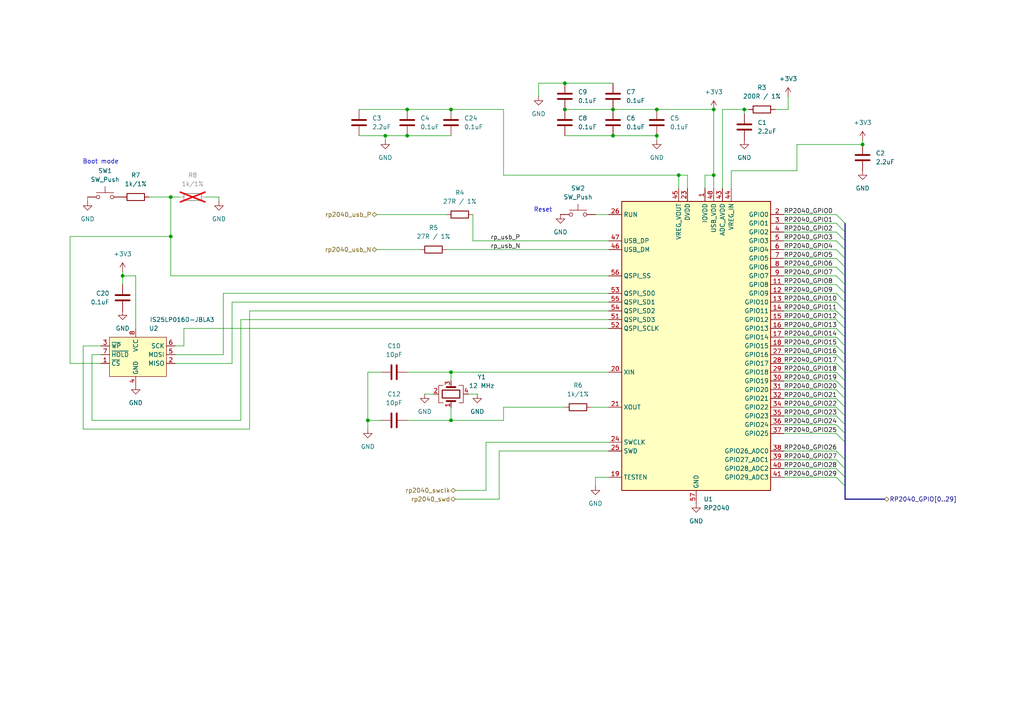
<source format=kicad_sch>
(kicad_sch (version 20250114) (generator "eeschema") (generator_version "9.0")
  (paper "A4")
  (title_block (title "RP2040 Micro Controller") (company "Dr. Konstantin Schauwecker"))
  (lib_symbols
    (symbol "Device:C" (pin_numbers (hide yes)) (pin_names (offset 0.254))
      (property "Reference" "C" (at 0.635 2.54 0))
      (property "Value" "C" (at 0.635 -2.54 0))
      (symbol "C_0_1"
        (polyline (pts (xy -2.032 0.762) (xy 2.032 0.762)) (stroke (width 0.508)))
        (polyline (pts (xy -2.032 -0.762) (xy 2.032 -0.762)) (stroke (width 0.508)))
      )
      (symbol "C_1_1"
        (pin passive line (at 0 3.81 270) (length 2.794) (name "~") (number "1"))
        (pin passive line (at 0 -3.81 90) (length 2.794) (name "~") (number "2"))
      )
    )
    (symbol "Device:Crystal_GND24" (pin_names (offset 1.016) (hide yes))
      (property "Reference" "Y" (at 3.175 5.08 0))
      (property "Value" "Crystal_GND24" (at 3.175 3.175 0))
      (symbol "Crystal_GND24_0_1"
        (polyline (pts (xy -2.54 2.286) (xy -2.54 3.556) (xy 2.54 3.556) (xy 2.54 2.286)))
        (polyline (pts (xy -2.54 0) (xy -2.032 0)))
        (polyline (pts (xy -2.54 -2.286) (xy -2.54 -3.556) (xy 2.54 -3.556) (xy 2.54 -2.286)))
        (polyline (pts (xy -2.032 -1.27) (xy -2.032 1.27)) (stroke (width 0.508)))
        (rectangle (start -1.143 2.54) (end 1.143 -2.54) (stroke (width 0.3048)))
        (polyline (pts (xy 0 3.556) (xy 0 3.81)))
        (polyline (pts (xy 0 -3.81) (xy 0 -3.556)))
        (polyline (pts (xy 2.032 0) (xy 2.54 0)))
        (polyline (pts (xy 2.032 -1.27) (xy 2.032 1.27)) (stroke (width 0.508)))
      )
      (symbol "Crystal_GND24_1_1"
        (pin passive line (at -3.81 0 0) (length 1.27) (name "1") (number "1"))
        (pin passive line (at 0 5.08 270) (length 1.27) (name "2") (number "2"))
        (pin passive line (at 0 -5.08 90) (length 1.27) (name "4") (number "4"))
        (pin passive line (at 3.81 0 180) (length 1.27) (name "3") (number "3"))
      )
    )
    (symbol "Device:R" (pin_numbers (hide yes)) (pin_names (offset 0))
      (property "Reference" "R" (at 2.032 0 90))
      (property "Value" "R" (at 0 0 90))
      (symbol "R_0_1"
        (rectangle (start -1.016 -2.54) (end 1.016 2.54) (stroke (width 0.254)))
      )
      (symbol "R_1_1"
        (pin passive line (at 0 3.81 270) (length 1.27) (name "~") (number "1"))
        (pin passive line (at 0 -3.81 90) (length 1.27) (name "~") (number "2"))
      )
    )
    (symbol "MCU_RaspberryPi:RP2040"
      (property "Reference" "U1" (at 2.1433 -44.45 0))
      (property "Value" "RP2040" (at 2.1433 -46.99 0))
      (symbol "RP2040_0_1"
        (rectangle (start -21.59 41.91) (end 21.59 -41.91) (stroke (width 0.254)) (fill (type background)))
      )
      (symbol "RP2040_1_1"
        (pin input line (at -25.4 38.1 0) (length 3.81) (name "RUN") (number "26"))
        (pin bidirectional line (at -25.4 30.48 0) (length 3.81) (name "USB_DP") (number "47"))
        (pin bidirectional line (at -25.4 27.94 0) (length 3.81) (name "USB_DM") (number "46"))
        (pin bidirectional line (at -25.4 20.32 0) (length 3.81) (name "QSPI_SS") (number "56"))
        (pin bidirectional line (at -25.4 15.24 0) (length 3.81) (name "QSPI_SD0") (number "53"))
        (pin bidirectional line (at -25.4 12.7 0) (length 3.81) (name "QSPI_SD1") (number "55"))
        (pin bidirectional line (at -25.4 10.16 0) (length 3.81) (name "QSPI_SD2") (number "54"))
        (pin bidirectional line (at -25.4 7.62 0) (length 3.81) (name "QSPI_SD3") (number "51"))
        (pin output line (at -25.4 5.08 0) (length 3.81) (name "QSPI_SCLK") (number "52"))
        (pin input line (at -25.4 -7.62 0) (length 3.81) (name "XIN") (number "20"))
        (pin passive line (at -25.4 -17.78 0) (length 3.81) (name "XOUT") (number "21"))
        (pin input line (at -25.4 -27.94 0) (length 3.81) (name "SWCLK") (number "24"))
        (pin bidirectional line (at -25.4 -30.48 0) (length 3.81) (name "SWD") (number "25"))
        (pin input line (at -25.4 -38.1 0) (length 3.81) (name "TESTEN") (number "19"))
        (pin power_out line (at -5.08 45.72 270) (length 3.81) (name "VREG_VOUT") (number "45"))
        (pin power_in line (at -2.54 45.72 270) (length 3.81) (name "DVDD") (number "23"))
        (pin passive line (at -2.54 45.72 270) (length 3.81) (hide yes) (name "DVDD") (number "50"))
        (pin power_in line (at 0 -45.72 90) (length 3.81) (name "GND") (number "57"))
        (pin power_in line (at 2.54 45.72 270) (length 3.81) (name "IOVDD") (number "1"))
        (pin passive line (at 2.54 45.72 270) (length 3.81) (hide yes) (name "IOVDD") (number "10"))
        (pin passive line (at 2.54 45.72 270) (length 3.81) (hide yes) (name "IOVDD") (number "22"))
        (pin passive line (at 2.54 45.72 270) (length 3.81) (hide yes) (name "IOVDD") (number "33"))
        (pin passive line (at 2.54 45.72 270) (length 3.81) (hide yes) (name "IOVDD") (number "42"))
        (pin passive line (at 2.54 45.72 270) (length 3.81) (hide yes) (name "IOVDD") (number "49"))
        (pin power_in line (at 5.08 45.72 270) (length 3.81) (name "USB_VDD") (number "48"))
        (pin power_in line (at 7.62 45.72 270) (length 3.81) (name "ADC_AVDD") (number "43"))
        (pin power_in line (at 10.16 45.72 270) (length 3.81) (name "VREG_IN") (number "44"))
        (pin bidirectional line (at 25.4 38.1 180) (length 3.81) (name "GPIO0") (number "2"))
        (pin bidirectional line (at 25.4 35.56 180) (length 3.81) (name "GPIO1") (number "3"))
        (pin bidirectional line (at 25.4 33.02 180) (length 3.81) (name "GPIO2") (number "4"))
        (pin bidirectional line (at 25.4 30.48 180) (length 3.81) (name "GPIO3") (number "5"))
        (pin bidirectional line (at 25.4 27.94 180) (length 3.81) (name "GPIO4") (number "6"))
        (pin bidirectional line (at 25.4 25.4 180) (length 3.81) (name "GPIO5") (number "7"))
        (pin bidirectional line (at 25.4 22.86 180) (length 3.81) (name "GPIO6") (number "8"))
        (pin bidirectional line (at 25.4 20.32 180) (length 3.81) (name "GPIO7") (number "9"))
        (pin bidirectional line (at 25.4 17.78 180) (length 3.81) (name "GPIO8") (number "11"))
        (pin bidirectional line (at 25.4 15.24 180) (length 3.81) (name "GPIO9") (number "12"))
        (pin bidirectional line (at 25.4 12.7 180) (length 3.81) (name "GPIO10") (number "13"))
        (pin bidirectional line (at 25.4 10.16 180) (length 3.81) (name "GPIO11") (number "14"))
        (pin bidirectional line (at 25.4 7.62 180) (length 3.81) (name "GPIO12") (number "15"))
        (pin bidirectional line (at 25.4 5.08 180) (length 3.81) (name "GPIO13") (number "16"))
        (pin bidirectional line (at 25.4 2.54 180) (length 3.81) (name "GPIO14") (number "17"))
        (pin bidirectional line (at 25.4 0 180) (length 3.81) (name "GPIO15") (number "18"))
        (pin bidirectional line (at 25.4 -2.54 180) (length 3.81) (name "GPIO16") (number "27"))
        (pin bidirectional line (at 25.4 -5.08 180) (length 3.81) (name "GPIO17") (number "28"))
        (pin bidirectional line (at 25.4 -7.62 180) (length 3.81) (name "GPIO18") (number "29"))
        (pin bidirectional line (at 25.4 -10.16 180) (length 3.81) (name "GPIO19") (number "30"))
        (pin bidirectional line (at 25.4 -12.7 180) (length 3.81) (name "GPIO20") (number "31"))
        (pin bidirectional line (at 25.4 -15.24 180) (length 3.81) (name "GPIO21") (number "32"))
        (pin bidirectional line (at 25.4 -17.78 180) (length 3.81) (name "GPIO22") (number "34"))
        (pin bidirectional line (at 25.4 -20.32 180) (length 3.81) (name "GPIO23") (number "35"))
        (pin bidirectional line (at 25.4 -22.86 180) (length 3.81) (name "GPIO24") (number "36"))
        (pin bidirectional line (at 25.4 -25.4 180) (length 3.81) (name "GPIO25") (number "37"))
        (pin bidirectional line (at 25.4 -30.48 180) (length 3.81) (name "GPIO26_ADC0") (number "38"))
        (pin bidirectional line (at 25.4 -33.02 180) (length 3.81) (name "GPIO27_ADC1") (number "39"))
        (pin bidirectional line (at 25.4 -35.56 180) (length 3.81) (name "GPIO28_ADC2") (number "40"))
        (pin bidirectional line (at 25.4 -38.1 180) (length 3.81) (name "GPIO29_ADC3") (number "41"))
      )
    )
    (symbol "Switch:SW_Push" (pin_numbers (hide yes)) (pin_names (offset 1.016) (hide yes))
      (property "Reference" "SW" (at 1.27 2.54 0))
      (property "Value" "SW_Push" (at 0 -1.524 0))
      (symbol "SW_Push_0_1"
        (circle (center -2.032 0) (radius 0.508))
        (polyline (pts (xy 0 1.27) (xy 0 3.048)))
        (circle (center 2.032 0) (radius 0.508))
        (polyline (pts (xy 2.54 1.27) (xy -2.54 1.27)))
        (pin passive line (at -5.08 0 0) (length 2.54) (name "1") (number "1"))
        (pin passive line (at 5.08 0 180) (length 2.54) (name "2") (number "2"))
      )
    )
    (symbol "power:+3V3" (power) (pin_numbers (hide yes)) (pin_names (offset 0) (hide yes))
      (property "Value" "+3V3" (at 0 3.556 0))
      (symbol "+3V3_0_1"
        (polyline (pts (xy -0.762 1.27) (xy 0 2.54)))
        (polyline (pts (xy 0 2.54) (xy 0.762 1.27)))
        (polyline (pts (xy 0 0) (xy 0 2.54)))
      )
      (symbol "+3V3_1_1"
        (pin power_in line (at 0 0 90) (length 0) (name "~") (number "1"))
      )
    )
    (symbol "power:GND" (power) (pin_numbers (hide yes)) (pin_names (offset 0) (hide yes))
      (property "Value" "GND" (at 0 -3.81 0))
      (symbol "GND_0_1"
        (polyline (pts (xy 0 0) (xy 0 -1.27) (xy 1.27 -1.27) (xy 0 -2.54) (xy -1.27 -1.27) (xy 0 -1.27)))
      )
      (symbol "GND_1_1"
        (pin power_in line (at 0 0 270) (length 0) (name "~") (number "1"))
      )
    )
    (symbol "tracker-symbols:spi-flash-with-ep"
      (property "Reference" "U2" (at -3.81 7.62 0))
      (property "Value" "IS25LP016D-JBLA3" (at -22.86 10.16 0))
      (symbol "spi-flash-with-ep_0_0"
        (pin bidirectional line (at -11.43 2.54 0) (length 2.54) (name "SCK") (number "6"))
        (pin input line (at -11.43 0 0) (length 2.54) (name "MOSI") (number "5"))
        (pin output line (at -11.43 -2.54 0) (length 2.54) (name "MISO") (number "2"))
        (pin power_in line (at 0 7.62 270) (length 2.54) (name "VCC") (number "8"))
        (pin power_in line (at 0 -8.89 90) (length 2.54) (name "GND") (number "4"))
        (pin input line (at 10.16 0 180) (length 2.54) (name "~{HOLD}") (number "7"))
        (pin input line (at 10.16 -2.54 180) (length 2.54) (name "~{CS}") (number "1"))
      )
      (symbol "spi-flash-with-ep_1_0"
        (pin input line (at 10.16 2.54 180) (length 2.54) (name "~{WP}") (number "3"))
      )
      (symbol "spi-flash-with-ep_1_1"
        (rectangle (start -8.89 5.08) (end 7.62 -6.35) (fill (type background)))
      )
    )
  )
  (text "Reset" (at 157.48 60.96 0) (effects (font (size 1.27 1.27))))
  (text "Boot mode" (at 29.21 46.99 0) (effects (font (size 1.27 1.27))))
  (junction (at 207.01 31.75))
  (junction (at 49.53 57.15))
  (junction (at 130.81 31.75))
  (junction (at 118.11 39.37))
  (junction (at 177.8 39.37))
  (junction (at 207.01 50.8))
  (junction (at 196.85 50.8))
  (junction (at 130.81 107.95))
  (junction (at 35.56 80.01))
  (junction (at 106.68 121.92))
  (junction (at 118.11 31.75))
  (junction (at 130.81 121.92))
  (junction (at 250.19 41.91))
  (junction (at 190.5 39.37))
  (junction (at 215.9 31.75))
  (junction (at 111.76 39.37))
  (junction (at 190.5 31.75))
  (junction (at 163.83 31.75))
  (junction (at 177.8 31.75))
  (junction (at 163.83 24.13))
  (junction (at 49.53 68.58))
  (bus_entry (at 242.57 107.95) (size 2.54 2.54))
  (bus_entry (at 242.57 115.57) (size 2.54 2.54))
  (bus_entry (at 242.57 67.31) (size 2.54 2.54))
  (bus_entry (at 242.57 82.55) (size 2.54 2.54))
  (bus_entry (at 242.57 105.41) (size 2.54 2.54))
  (bus_entry (at 242.57 72.39) (size 2.54 2.54))
  (bus_entry (at 242.57 97.79) (size 2.54 2.54))
  (bus_entry (at 242.57 95.25) (size 2.54 2.54))
  (bus_entry (at 242.57 100.33) (size 2.54 2.54))
  (bus_entry (at 242.57 87.63) (size 2.54 2.54))
  (bus_entry (at 242.57 118.11) (size 2.54 2.54))
  (bus_entry (at 242.57 120.65) (size 2.54 2.54))
  (bus_entry (at 242.57 133.35) (size 2.54 2.54))
  (bus_entry (at 242.57 69.85) (size 2.54 2.54))
  (bus_entry (at 242.57 80.01) (size 2.54 2.54))
  (bus_entry (at 242.57 102.87) (size 2.54 2.54))
  (bus_entry (at 242.57 125.73) (size 2.54 2.54))
  (bus_entry (at 242.57 64.77) (size 2.54 2.54))
  (bus_entry (at 242.57 90.17) (size 2.54 2.54))
  (bus_entry (at 242.57 113.03) (size 2.54 2.54))
  (bus_entry (at 242.57 85.09) (size 2.54 2.54))
  (bus_entry (at 242.57 138.43) (size 2.54 2.54))
  (bus_entry (at 242.57 123.19) (size 2.54 2.54))
  (bus_entry (at 242.57 77.47) (size 2.54 2.54))
  (bus_entry (at 242.57 74.93) (size 2.54 2.54))
  (bus_entry (at 242.57 135.89) (size 2.54 2.54))
  (bus_entry (at 242.57 110.49) (size 2.54 2.54))
  (bus_entry (at 242.57 92.71) (size 2.54 2.54))
  (bus_entry (at 242.57 62.23) (size 2.54 2.54))
  (bus_entry (at 242.57 130.81) (size 2.54 2.54))
  (wire (pts (xy 215.9 31.75) (xy 215.9 33.02)))
  (wire (pts (xy 67.31 105.41) (xy 50.8 105.41)))
  (wire (pts (xy 106.68 107.95) (xy 110.49 107.95)))
  (wire (pts (xy 176.53 85.09) (xy 64.77 85.09)))
  (wire (pts (xy 104.14 39.37) (xy 111.76 39.37)))
  (wire (pts (xy 227.33 105.41) (xy 242.57 105.41)))
  (wire (pts (xy 196.85 54.61) (xy 196.85 50.8)))
  (wire (pts (xy 207.01 31.75) (xy 190.5 31.75)))
  (bus (pts (xy 245.11 115.57) (xy 245.11 118.11)))
  (wire (pts (xy 231.14 49.53) (xy 212.09 49.53)))
  (bus (pts (xy 245.11 80.01) (xy 245.11 82.55)))
  (wire (pts (xy 118.11 39.37) (xy 130.81 39.37)))
  (bus (pts (xy 245.11 123.19) (xy 245.11 125.73)))
  (wire (pts (xy 64.77 85.09) (xy 64.77 102.87)))
  (wire (pts (xy 231.14 41.91) (xy 231.14 49.53)))
  (wire (pts (xy 35.56 80.01) (xy 35.56 82.55)))
  (wire (pts (xy 25.4 57.15) (xy 25.4 58.42)))
  (wire (pts (xy 172.72 138.43) (xy 172.72 140.97)))
  (bus (pts (xy 245.11 118.11) (xy 245.11 120.65)))
  (wire (pts (xy 215.9 31.75) (xy 217.17 31.75)))
  (wire (pts (xy 146.05 121.92) (xy 146.05 118.11)))
  (wire (pts (xy 199.39 50.8) (xy 196.85 50.8)))
  (wire (pts (xy 111.76 39.37) (xy 118.11 39.37)))
  (wire (pts (xy 118.11 31.75) (xy 104.14 31.75)))
  (wire (pts (xy 171.45 118.11) (xy 176.53 118.11)))
  (wire (pts (xy 227.33 67.31) (xy 242.57 67.31)))
  (bus (pts (xy 245.11 69.85) (xy 245.11 72.39)))
  (bus (pts (xy 245.11 102.87) (xy 245.11 105.41)))
  (wire (pts (xy 227.33 95.25) (xy 242.57 95.25)))
  (wire (pts (xy 227.33 82.55) (xy 242.57 82.55)))
  (bus (pts (xy 245.11 87.63) (xy 245.11 90.17)))
  (bus (pts (xy 245.11 82.55) (xy 245.11 85.09)))
  (wire (pts (xy 163.83 24.13) (xy 177.8 24.13)))
  (wire (pts (xy 35.56 80.01) (xy 35.56 78.74)))
  (wire (pts (xy 209.55 31.75) (xy 209.55 54.61)))
  (wire (pts (xy 227.33 118.11) (xy 242.57 118.11)))
  (wire (pts (xy 146.05 50.8) (xy 146.05 31.75)))
  (wire (pts (xy 163.83 24.13) (xy 156.21 24.13)))
  (wire (pts (xy 64.77 102.87) (xy 50.8 102.87)))
  (wire (pts (xy 176.53 138.43) (xy 172.72 138.43)))
  (wire (pts (xy 109.22 72.39) (xy 121.92 72.39)))
  (bus (pts (xy 245.11 67.31) (xy 245.11 69.85)))
  (wire (pts (xy 106.68 121.92) (xy 106.68 107.95)))
  (wire (pts (xy 144.78 144.78) (xy 132.08 144.78)))
  (wire (pts (xy 163.83 31.75) (xy 177.8 31.75)))
  (bus (pts (xy 245.11 107.95) (xy 245.11 110.49)))
  (wire (pts (xy 137.16 62.23) (xy 137.16 69.85)))
  (wire (pts (xy 207.01 50.8) (xy 207.01 31.75)))
  (wire (pts (xy 118.11 107.95) (xy 130.81 107.95)))
  (wire (pts (xy 140.97 142.24) (xy 132.08 142.24)))
  (bus (pts (xy 245.11 72.39) (xy 245.11 74.93)))
  (wire (pts (xy 227.33 107.95) (xy 242.57 107.95)))
  (wire (pts (xy 20.32 105.41) (xy 29.21 105.41)))
  (bus (pts (xy 245.11 135.89) (xy 245.11 138.43)))
  (wire (pts (xy 67.31 87.63) (xy 67.31 105.41)))
  (wire (pts (xy 49.53 57.15) (xy 49.53 68.58)))
  (wire (pts (xy 49.53 80.01) (xy 49.53 68.58)))
  (wire (pts (xy 224.79 31.75) (xy 228.6 31.75)))
  (wire (pts (xy 130.81 118.11) (xy 130.81 121.92)))
  (bus (pts (xy 245.11 85.09) (xy 245.11 87.63)))
  (wire (pts (xy 53.34 95.25) (xy 176.53 95.25)))
  (wire (pts (xy 176.53 128.27) (xy 140.97 128.27)))
  (bus (pts (xy 245.11 113.03) (xy 245.11 115.57)))
  (bus (pts (xy 245.11 128.27) (xy 245.11 133.35)))
  (wire (pts (xy 227.33 69.85) (xy 242.57 69.85)))
  (wire (pts (xy 227.33 113.03) (xy 242.57 113.03)))
  (wire (pts (xy 130.81 107.95) (xy 176.53 107.95)))
  (wire (pts (xy 227.33 72.39) (xy 242.57 72.39)))
  (wire (pts (xy 199.39 54.61) (xy 199.39 50.8)))
  (wire (pts (xy 125.73 114.3) (xy 123.19 114.3)))
  (wire (pts (xy 24.13 124.46) (xy 24.13 100.33)))
  (wire (pts (xy 227.33 130.81) (xy 242.57 130.81)))
  (wire (pts (xy 137.16 69.85) (xy 176.53 69.85)))
  (wire (pts (xy 20.32 68.58) (xy 20.32 105.41)))
  (bus (pts (xy 245.11 92.71) (xy 245.11 95.25)))
  (wire (pts (xy 176.53 87.63) (xy 67.31 87.63)))
  (bus (pts (xy 245.11 64.77) (xy 245.11 67.31)))
  (wire (pts (xy 227.33 62.23) (xy 242.57 62.23)))
  (wire (pts (xy 106.68 121.92) (xy 106.68 124.46)))
  (wire (pts (xy 190.5 40.64) (xy 190.5 39.37)))
  (wire (pts (xy 227.33 92.71) (xy 242.57 92.71)))
  (wire (pts (xy 72.39 90.17) (xy 72.39 124.46)))
  (wire (pts (xy 227.33 120.65) (xy 242.57 120.65)))
  (wire (pts (xy 109.22 62.23) (xy 129.54 62.23)))
  (wire (pts (xy 50.8 100.33) (xy 53.34 100.33)))
  (wire (pts (xy 227.33 133.35) (xy 242.57 133.35)))
  (wire (pts (xy 227.33 138.43) (xy 242.57 138.43)))
  (wire (pts (xy 176.53 92.71) (xy 69.85 92.71)))
  (wire (pts (xy 49.53 68.58) (xy 20.32 68.58)))
  (wire (pts (xy 227.33 100.33) (xy 242.57 100.33)))
  (wire (pts (xy 163.83 39.37) (xy 177.8 39.37)))
  (wire (pts (xy 26.67 102.87) (xy 29.21 102.87)))
  (wire (pts (xy 146.05 118.11) (xy 163.83 118.11)))
  (wire (pts (xy 228.6 31.75) (xy 228.6 27.94)))
  (wire (pts (xy 146.05 50.8) (xy 196.85 50.8)))
  (wire (pts (xy 250.19 41.91) (xy 250.19 40.64)))
  (wire (pts (xy 212.09 49.53) (xy 212.09 54.61)))
  (bus (pts (xy 245.11 105.41) (xy 245.11 107.95)))
  (bus (pts (xy 245.11 138.43) (xy 245.11 140.97)))
  (wire (pts (xy 227.33 74.93) (xy 242.57 74.93)))
  (bus (pts (xy 245.11 100.33) (xy 245.11 102.87)))
  (wire (pts (xy 53.34 100.33) (xy 53.34 95.25)))
  (wire (pts (xy 227.33 125.73) (xy 242.57 125.73)))
  (wire (pts (xy 227.33 85.09) (xy 242.57 85.09)))
  (wire (pts (xy 177.8 31.75) (xy 190.5 31.75)))
  (wire (pts (xy 227.33 80.01) (xy 242.57 80.01)))
  (wire (pts (xy 209.55 31.75) (xy 215.9 31.75)))
  (wire (pts (xy 35.56 80.01) (xy 39.37 80.01)))
  (wire (pts (xy 118.11 121.92) (xy 130.81 121.92)))
  (wire (pts (xy 39.37 80.01) (xy 39.37 95.25)))
  (wire (pts (xy 227.33 77.47) (xy 242.57 77.47)))
  (bus (pts (xy 245.11 97.79) (xy 245.11 100.33)))
  (wire (pts (xy 63.5 58.42) (xy 63.5 57.15)))
  (wire (pts (xy 176.53 130.81) (xy 144.78 130.81)))
  (bus (pts (xy 245.11 140.97) (xy 245.11 144.78)))
  (bus (pts (xy 245.11 144.78) (xy 256.54 144.78)))
  (wire (pts (xy 130.81 121.92) (xy 146.05 121.92)))
  (bus (pts (xy 245.11 90.17) (xy 245.11 92.71)))
  (bus (pts (xy 245.11 77.47) (xy 245.11 80.01)))
  (wire (pts (xy 63.5 57.15) (xy 59.69 57.15)))
  (wire (pts (xy 207.01 50.8) (xy 204.47 50.8)))
  (wire (pts (xy 146.05 31.75) (xy 130.81 31.75)))
  (wire (pts (xy 130.81 107.95) (xy 130.81 110.49)))
  (wire (pts (xy 129.54 72.39) (xy 176.53 72.39)))
  (wire (pts (xy 227.33 110.49) (xy 242.57 110.49)))
  (wire (pts (xy 227.33 115.57) (xy 242.57 115.57)))
  (wire (pts (xy 106.68 121.92) (xy 110.49 121.92)))
  (wire (pts (xy 227.33 123.19) (xy 242.57 123.19)))
  (wire (pts (xy 144.78 130.81) (xy 144.78 144.78)))
  (wire (pts (xy 156.21 24.13) (xy 156.21 27.94)))
  (wire (pts (xy 140.97 128.27) (xy 140.97 142.24)))
  (wire (pts (xy 172.72 62.23) (xy 176.53 62.23)))
  (bus (pts (xy 245.11 133.35) (xy 245.11 135.89)))
  (wire (pts (xy 49.53 80.01) (xy 176.53 80.01)))
  (wire (pts (xy 227.33 135.89) (xy 242.57 135.89)))
  (bus (pts (xy 245.11 120.65) (xy 245.11 123.19)))
  (wire (pts (xy 207.01 54.61) (xy 207.01 50.8)))
  (wire (pts (xy 176.53 90.17) (xy 72.39 90.17)))
  (wire (pts (xy 231.14 41.91) (xy 250.19 41.91)))
  (wire (pts (xy 26.67 121.92) (xy 26.67 102.87)))
  (wire (pts (xy 204.47 50.8) (xy 204.47 54.61)))
  (wire (pts (xy 72.39 124.46) (xy 24.13 124.46)))
  (wire (pts (xy 43.18 57.15) (xy 49.53 57.15)))
  (wire (pts (xy 177.8 39.37) (xy 190.5 39.37)))
  (wire (pts (xy 227.33 64.77) (xy 242.57 64.77)))
  (wire (pts (xy 69.85 92.71) (xy 69.85 121.92)))
  (bus (pts (xy 245.11 95.25) (xy 245.11 97.79)))
  (wire (pts (xy 24.13 100.33) (xy 29.21 100.33)))
  (wire (pts (xy 69.85 121.92) (xy 26.67 121.92)))
  (wire (pts (xy 227.33 87.63) (xy 242.57 87.63)))
  (bus (pts (xy 245.11 110.49) (xy 245.11 113.03)))
  (wire (pts (xy 227.33 97.79) (xy 242.57 97.79)))
  (wire (pts (xy 227.33 90.17) (xy 242.57 90.17)))
  (wire (pts (xy 130.81 31.75) (xy 118.11 31.75)))
  (wire (pts (xy 111.76 40.64) (xy 111.76 39.37)))
  (bus (pts (xy 245.11 125.73) (xy 245.11 128.27)))
  (bus (pts (xy 245.11 74.93) (xy 245.11 77.47)))
  (wire (pts (xy 49.53 57.15) (xy 52.07 57.15)))
  (wire (pts (xy 227.33 102.87) (xy 242.57 102.87)))
  (wire (pts (xy 135.89 114.3) (xy 138.43 114.3)))
  (label "rp_usb_N" (at 142.24 72.39 0))
  (label "RP2040_GPIO5" (at 227.33 74.93 0))
  (label "RP2040_GPIO19" (at 227.33 110.49 0))
  (label "RP2040_GPIO17" (at 227.33 105.41 0))
  (label "RP2040_GPIO3" (at 227.33 69.85 0))
  (label "RP2040_GPIO23" (at 227.33 120.65 0))
  (label "RP2040_GPIO18" (at 227.33 107.95 0))
  (label "RP2040_GPIO29" (at 227.33 138.43 0))
  (label "RP2040_GPIO8" (at 227.33 82.55 0))
  (label "RP2040_GPIO11" (at 227.33 90.17 0))
  (label "RP2040_GPIO6" (at 227.33 77.47 0))
  (label "RP2040_GPIO14" (at 227.33 97.79 0))
  (label "rp_usb_P" (at 142.24 69.85 0))
  (label "RP2040_GPIO21" (at 227.33 115.57 0))
  (label "RP2040_GPIO15" (at 227.33 100.33 0))
  (label "RP2040_GPIO27" (at 227.33 133.35 0))
  (label "RP2040_GPIO10" (at 227.33 87.63 0))
  (label "RP2040_GPIO4" (at 227.33 72.39 0))
  (label "RP2040_GPIO2" (at 227.33 67.31 0))
  (label "RP2040_GPIO28" (at 227.33 135.89 0))
  (label "RP2040_GPIO22" (at 227.33 118.11 0))
  (label "RP2040_GPIO9" (at 227.33 85.09 0))
  (label "RP2040_GPIO20" (at 227.33 113.03 0))
  (label "RP2040_GPIO1" (at 227.33 64.77 0))
  (label "RP2040_GPIO0" (at 227.33 62.23 0))
  (label "RP2040_GPIO12" (at 227.33 92.71 0))
  (label "RP2040_GPIO16" (at 227.33 102.87 0))
  (label "RP2040_GPIO26" (at 227.33 130.81 0))
  (label "RP2040_GPIO13" (at 227.33 95.25 0))
  (label "RP2040_GPIO25" (at 227.33 125.73 0))
  (label "RP2040_GPIO24" (at 227.33 123.19 0))
  (label "RP2040_GPIO7" (at 227.33 80.01 0))
  (hierarchical_label "RP2040_GPIO[0..29]" (shape bidirectional) (at 256.54 144.78 0))
  (hierarchical_label "rp2040_usb_P" (shape bidirectional) (at 109.22 62.23 180))
  (hierarchical_label "rp2040_swd" (shape bidirectional) (at 132.08 144.78 180))
  (hierarchical_label "rp2040_usb_N" (shape bidirectional) (at 109.22 72.39 180))
  (hierarchical_label "rp2040_swclk" (shape bidirectional) (at 132.08 142.24 180))
  (symbol (lib_id "Device:R") (at 167.64 118.11 90) (unit 1)
    (property "Reference" "R6" (at 167.64 111.76 90))
    (property "Value" "1k/1%" (at 167.64 114.3 90))
    (property "Footprint" "Resistor_SMD:R_0402_1005Metric" (effects (hide yes)))
    (property "Description" "Resistor" (effects (hide yes)))
    (property "MFG" "Yageo" (effects (hide yes)))
    (property "MPN" " RC0402JR-7D1KL" (effects (hide yes)))
    (property "Supplier Link" "https://www.mouser.de/ProductDetail/YAGEO/RC0402JR-7D1KL?qs=sGAEpiMZZMtG0KNrPCHnjTgRJhMDDKy5BKFHjWYrA1s1AiOFf9acDg%3D%3D" (effects (hide yes)))
  )
  (symbol (lib_id "Switch:SW_Push") (at 30.48 57.15 0) (unit 1)
    (property "Reference" "SW1" (at 30.48 49.53 0))
    (property "Value" "SW_Push" (at 30.48 52.07 0))
    (property "Footprint" "Button_Switch_SMD:SW_Push_1P1T_NO_CK_KSC7xxJ" (effects (hide yes)))
    (property "Description" "Push button switch, generic, two pins" (effects (hide yes)))
    (property "MFG" "C&K" (effects (hide yes)))
    (property "MPN" " KSC721J LFS " (effects (hide yes)))
    (property "Supplier Link" "https://www.mouser.de/ProductDetail/CK/KSC721J-LFS?qs=15Q3o2KSIZY%2F1aaKjFUM2A%3D%3D" (effects (hide yes)))
  )
  (symbol (lib_id "power:GND") (at 63.5 58.42 0) (unit 1)
    (property "Reference" "#PWR025" (effects (hide yes)))
    (property "Value" "GND" (at 63.5 63.5 0))
    (property "Description" "Power symbol creates a global label with name \"GND\" , ground" (effects (hide yes)))
  )
  (symbol (lib_id "Device:C") (at 250.19 45.72 0) (unit 1)
    (property "Reference" "C2" (at 254 44.4499 0) (effects (justify left)))
    (property "Value" "2.2uF" (at 254 46.9899 0) (effects (justify left)))
    (property "Footprint" "Capacitor_SMD:C_0402_1005Metric" (effects (hide yes)))
    (property "Description" "Unpolarized capacitor" (effects (hide yes)))
    (property "MFG" "Murata" (effects (hide yes)))
    (property "MPN" "GRM155C80J225KE95J" (effects (hide yes)))
    (property "Supplier Link" "https://www.mouser.de/ProductDetail/Murata-Electronics/GRM155C80J225KE95J?qs=hNud%2FORuBR1QgBBdBmmIgA%3D%3D" (effects (hide yes)))
  )
  (symbol (lib_id "power:GND") (at 201.93 146.05 0) (unit 1)
    (property "Reference" "#PWR09" (effects (hide yes)))
    (property "Value" "GND" (at 201.93 151.13 0))
    (property "Description" "Power symbol creates a global label with name \"GND\" , ground" (effects (hide yes)))
  )
  (symbol (lib_id "power:GND") (at 172.72 140.97 0) (unit 1)
    (property "Reference" "#PWR018" (effects (hide yes)))
    (property "Value" "GND" (at 172.72 146.05 0))
    (property "Description" "Power symbol creates a global label with name \"GND\" , ground" (effects (hide yes)))
  )
  (symbol (lib_id "Switch:SW_Push") (at 167.64 62.23 0) (unit 1)
    (property "Reference" "SW2" (at 167.64 54.61 0))
    (property "Value" "SW_Push" (at 167.64 57.15 0))
    (property "Footprint" "Button_Switch_SMD:SW_Push_1P1T_NO_CK_KSC7xxJ" (effects (hide yes)))
    (property "Description" "Push button switch, generic, two pins" (effects (hide yes)))
    (property "MFG" "C&K" (effects (hide yes)))
    (property "MPN" " KSC721J LFS " (effects (hide yes)))
    (property "Supplier Link" "https://www.mouser.de/ProductDetail/CK/KSC721J-LFS?qs=15Q3o2KSIZY%2F1aaKjFUM2A%3D%3D" (effects (hide yes)))
  )
  (symbol (lib_id "Device:C") (at 215.9 36.83 0) (unit 1)
    (property "Reference" "C1" (at 219.71 35.5599 0) (effects (justify left)))
    (property "Value" "2.2uF" (at 219.71 38.0999 0) (effects (justify left)))
    (property "Footprint" "Capacitor_SMD:C_0402_1005Metric" (effects (hide yes)))
    (property "Description" "Unpolarized capacitor" (effects (hide yes)))
    (property "MFG" "Murata" (effects (hide yes)))
    (property "MPN" "GRM155C80J225KE95J" (effects (hide yes)))
    (property "Supplier Link" "https://www.mouser.de/ProductDetail/Murata-Electronics/GRM155C80J225KE95J?qs=hNud%2FORuBR1QgBBdBmmIgA%3D%3D" (effects (hide yes)))
  )
  (symbol (lib_id "Device:C") (at 130.81 35.56 0) (unit 1)
    (property "Reference" "C24" (at 134.62 34.2899 0) (effects (justify left)))
    (property "Value" "0.1uF" (at 134.62 36.8299 0) (effects (justify left)))
    (property "Footprint" "Capacitor_SMD:C_0402_1005Metric" (effects (hide yes)))
    (property "Description" "Unpolarized capacitor" (effects (hide yes)))
    (property "MFG" "TAIYO YUDEN " (effects (hide yes)))
    (property "MPN" "MBAST105SB7104KFNA01" (effects (hide yes)))
    (property "Supplier Link" "https://www.mouser.de/ProductDetail/TAIYO-YUDEN/MBAST105SB7104KFNA01?qs=tlsG%2FOw5FFj0FpJuqULGiw%3D%3D " (effects (hide yes)))
  )
  (symbol (lib_id "Device:C") (at 177.8 27.94 0) (unit 1)
    (property "Reference" "C7" (at 181.61 26.6699 0) (effects (justify left)))
    (property "Value" "0.1uF" (at 181.61 29.2099 0) (effects (justify left)))
    (property "Footprint" "Capacitor_SMD:C_0402_1005Metric" (effects (hide yes)))
    (property "Description" "Unpolarized capacitor" (effects (hide yes)))
    (property "MFG" "TAIYO YUDEN " (effects (hide yes)))
    (property "MPN" "MBAST105SB7104KFNA01" (effects (hide yes)))
    (property "Supplier Link" "https://www.mouser.de/ProductDetail/TAIYO-YUDEN/MBAST105SB7104KFNA01?qs=tlsG%2FOw5FFj0FpJuqULGiw%3D%3D " (effects (hide yes)))
  )
  (symbol (lib_id "power:GND") (at 25.4 58.42 0) (unit 1)
    (property "Reference" "#PWR022" (effects (hide yes)))
    (property "Value" "GND" (at 25.4 63.5 0))
    (property "Description" "Power symbol creates a global label with name \"GND\" , ground" (effects (hide yes)))
  )
  (symbol (lib_id "power:GND") (at 215.9 40.64 0) (unit 1)
    (property "Reference" "#PWR010" (effects (hide yes)))
    (property "Value" "GND" (at 215.9 45.72 0))
    (property "Description" "Power symbol creates a global label with name \"GND\" , ground" (effects (hide yes)))
  )
  (symbol (lib_id "power:+3V3") (at 228.6 27.94 0) (unit 1)
    (property "Reference" "#PWR011" (effects (hide yes)))
    (property "Value" "+3V3" (at 228.6 22.86 0))
    (property "Description" "Power symbol creates a global label with name \"+3V3\"" (effects (hide yes)))
  )
  (symbol (lib_id "Device:C") (at 118.11 35.56 0) (unit 1)
    (property "Reference" "C4" (at 121.92 34.2899 0) (effects (justify left)))
    (property "Value" "0.1uF" (at 121.92 36.8299 0) (effects (justify left)))
    (property "Footprint" "Capacitor_SMD:C_0402_1005Metric" (effects (hide yes)))
    (property "Description" "Unpolarized capacitor" (effects (hide yes)))
    (property "MFG" "TAIYO YUDEN " (effects (hide yes)))
    (property "MPN" "MBAST105SB7104KFNA01" (effects (hide yes)))
    (property "Supplier Link" "https://www.mouser.de/ProductDetail/TAIYO-YUDEN/MBAST105SB7104KFNA01?qs=tlsG%2FOw5FFj0FpJuqULGiw%3D%3D " (effects (hide yes)))
  )
  (symbol (lib_id "Device:R") (at 220.98 31.75 90) (unit 1)
    (property "Reference" "R3" (at 220.98 25.4 90))
    (property "Value" "200R / 1%" (at 220.98 27.94 90))
    (property "Footprint" "Resistor_SMD:R_0402_1005Metric" (effects (hide yes)))
    (property "Description" "Resistor" (effects (hide yes)))
    (property "Supplier Link" "https://www.mouser.de/ProductDetail/Vishay/CRCW0402200RFKEDHP?qs=sGAEpiMZZMtG0KNrPCHnjSUhUf2wt2f8nQ%2FO6IpPtf0%3D" (effects (hide yes)))
    (property "MFG" "Vishay" (effects (hide yes)))
    (property "MPN" "CRCW0402200RFKEDHP" (effects (hide yes)))
  )
  (symbol (lib_id "power:GND") (at 250.19 49.53 0) (unit 1)
    (property "Reference" "#PWR012" (effects (hide yes)))
    (property "Value" "GND" (at 250.19 54.61 0))
    (property "Description" "Power symbol creates a global label with name \"GND\" , ground" (effects (hide yes)))
  )
  (symbol (lib_id "Device:C") (at 114.3 121.92 90) (unit 1)
    (property "Reference" "C12" (at 114.3 114.3 90))
    (property "Value" "10pF" (at 114.3 116.84 90))
    (property "Footprint" "Capacitor_SMD:C_0402_1005Metric" (effects (hide yes)))
    (property "Description" "Unpolarized capacitor" (effects (hide yes)))
    (property "MFG" "Kemet" (effects (hide yes)))
    (property "MPN" "C0402C100K5HACAUTO" (effects (hide yes)))
    (property "Supplier Link" "https://www.mouser.de/ProductDetail/KEMET/C0402C100K5HACAUTO?qs=j%252B1pi9TdxUZAoAOAY4BV7w%3D%3D" (effects (hide yes)))
  )
  (symbol (lib_id "Device:C") (at 35.56 86.36 0) (mirror y) (unit 1)
    (property "Reference" "C20" (at 31.75 85.0899 0) (effects (justify left)))
    (property "Value" "0.1uF" (at 31.75 87.6299 0) (effects (justify left)))
    (property "Footprint" "Capacitor_SMD:C_0402_1005Metric" (effects (hide yes)))
    (property "Description" "Unpolarized capacitor" (effects (hide yes)))
    (property "MFG" "TAIYO YUDEN " (effects (hide yes)))
    (property "MPN" "MBAST105SB7104KFNA01" (effects (hide yes)))
    (property "Supplier Link" "https://www.mouser.de/ProductDetail/TAIYO-YUDEN/MBAST105SB7104KFNA01?qs=tlsG%2FOw5FFj0FpJuqULGiw%3D%3D " (effects (hide yes)))
  )
  (symbol (lib_id "Device:C") (at 104.14 35.56 0) (unit 1)
    (property "Reference" "C3" (at 107.95 34.2899 0) (effects (justify left)))
    (property "Value" "2.2uF" (at 107.95 36.8299 0) (effects (justify left)))
    (property "Footprint" "Capacitor_SMD:C_0402_1005Metric" (effects (hide yes)))
    (property "Description" "Unpolarized capacitor" (effects (hide yes)))
    (property "MFG" "Murata" (effects (hide yes)))
    (property "MPN" "GRM155C80J225KE95J" (effects (hide yes)))
    (property "Supplier Link" "https://www.mouser.de/ProductDetail/Murata-Electronics/GRM155C80J225KE95J?qs=hNud%2FORuBR1QgBBdBmmIgA%3D%3D" (effects (hide yes)))
  )
  (symbol (lib_id "Device:R") (at 125.73 72.39 90) (unit 1)
    (property "Reference" "R5" (at 125.73 66.04 90))
    (property "Value" "27R / 1%" (at 125.73 68.58 90))
    (property "Footprint" "Resistor_SMD:R_0402_1005Metric" (effects (hide yes)))
    (property "Description" "Resistor" (effects (hide yes)))
    (property "MFG" "Yageo" (effects (hide yes)))
    (property "MPN" "AC0402FR-0727RL" (effects (hide yes)))
    (property "Supplier Link" "https://www.mouser.de/ProductDetail/YAGEO/AC0402FR-0727RL?qs=yhV1fb9g%2FKZMS2wporZ7SQ%3D%3D" (effects (hide yes)))
  )
  (symbol (lib_id "Device:C") (at 190.5 35.56 0) (unit 1)
    (property "Reference" "C5" (at 194.31 34.2899 0) (effects (justify left)))
    (property "Value" "0.1uF" (at 194.31 36.8299 0) (effects (justify left)))
    (property "Footprint" "Capacitor_SMD:C_0402_1005Metric" (effects (hide yes)))
    (property "Description" "Unpolarized capacitor" (effects (hide yes)))
    (property "MFG" "TAIYO YUDEN " (effects (hide yes)))
    (property "MPN" "MBAST105SB7104KFNA01" (effects (hide yes)))
    (property "Supplier Link" "https://www.mouser.de/ProductDetail/TAIYO-YUDEN/MBAST105SB7104KFNA01?qs=tlsG%2FOw5FFj0FpJuqULGiw%3D%3D " (effects (hide yes)))
  )
  (symbol (lib_id "power:GND") (at 138.43 114.3 0) (unit 1)
    (property "Reference" "#PWR019" (effects (hide yes)))
    (property "Value" "GND" (at 138.43 119.38 0))
    (property "Description" "Power symbol creates a global label with name \"GND\" , ground" (effects (hide yes)))
  )
  (symbol (lib_id "power:GND") (at 35.56 90.17 0) (mirror y) (unit 1)
    (property "Reference" "#PWR041" (effects (hide yes)))
    (property "Value" "GND" (at 35.56 95.25 0))
    (property "Description" "Power symbol creates a global label with name \"GND\" , ground" (effects (hide yes)))
  )
  (symbol (lib_id "Device:R") (at 55.88 57.15 90) (unit 1) (dnp yes)
    (property "Reference" "R8" (at 55.88 50.8 90))
    (property "Value" "1k/1%" (at 55.88 53.34 90))
    (property "Footprint" "Resistor_SMD:R_0402_1005Metric" (effects (hide yes)))
    (property "Description" "Resistor" (effects (hide yes)))
    (property "MFG" "Yageo" (effects (hide yes)))
    (property "MPN" " RC0402JR-7D1KL" (effects (hide yes)))
    (property "Supplier Link" "https://www.mouser.de/ProductDetail/YAGEO/RC0402JR-7D1KL?qs=sGAEpiMZZMtG0KNrPCHnjTgRJhMDDKy5BKFHjWYrA1s1AiOFf9acDg%3D%3D" (effects (hide yes)))
  )
  (symbol (lib_id "Device:C") (at 114.3 107.95 90) (unit 1)
    (property "Reference" "C10" (at 114.3 100.33 90))
    (property "Value" "10pF" (at 114.3 102.87 90))
    (property "Footprint" "Capacitor_SMD:C_0402_1005Metric" (effects (hide yes)))
    (property "Description" "Unpolarized capacitor" (effects (hide yes)))
    (property "MFG" "Kemet" (effects (hide yes)))
    (property "MPN" "C0402C100K5HACAUTO" (effects (hide yes)))
    (property "Supplier Link" "https://www.mouser.de/ProductDetail/KEMET/C0402C100K5HACAUTO?qs=j%252B1pi9TdxUZAoAOAY4BV7w%3D%3D" (effects (hide yes)))
  )
  (symbol (lib_id "Device:R") (at 133.35 62.23 90) (unit 1)
    (property "Reference" "R4" (at 133.35 55.88 90))
    (property "Value" "27R / 1%" (at 133.35 58.42 90))
    (property "Footprint" "Resistor_SMD:R_0402_1005Metric" (effects (hide yes)))
    (property "Description" "Resistor" (effects (hide yes)))
    (property "MFG" "Yageo" (effects (hide yes)))
    (property "MPN" "AC0402FR-0727RL" (effects (hide yes)))
    (property "Supplier Link" "https://www.mouser.de/ProductDetail/YAGEO/AC0402FR-0727RL?qs=yhV1fb9g%2FKZMS2wporZ7SQ%3D%3D" (effects (hide yes)))
  )
  (symbol (lib_id "tracker-symbols:spi-flash-with-ep") (at 39.37 102.87 0) (mirror y) (unit 1)
    (property "Reference" "U2" (at 43.18 95.25 0) (effects (justify right)))
    (property "Value" "IS25LP016D-JBLA3" (at 62.23 92.71 0) (effects (justify left)))
    (property "Footprint" "footprints:SOIC-8" (effects (hide yes)))
    (property "MPN" " IS25LP016D-JBLA3" (effects (hide yes)))
    (property "MFG" "ISSI" (effects (hide yes)))
    (property "Supplier Link" "https://www.mouser.de/ProductDetail/ISSI/IS25LP016D-JBLA3?qs=f9yNj16SXrKt0XH78wjnKA%3D%3D" (effects (hide yes)))
  )
  (symbol (lib_id "power:+3V3") (at 35.56 78.74 0) (mirror y) (unit 1)
    (property "Reference" "#PWR043" (effects (hide yes)))
    (property "Value" "+3V3" (at 35.56 73.66 0))
    (property "Description" "Power symbol creates a global label with name \"+3V3\"" (effects (hide yes)))
  )
  (symbol (lib_id "power:GND") (at 106.68 124.46 0) (unit 1)
    (property "Reference" "#PWR021" (effects (hide yes)))
    (property "Value" "GND" (at 106.68 129.54 0))
    (property "Description" "Power symbol creates a global label with name \"GND\" , ground" (effects (hide yes)))
  )
  (symbol (lib_id "power:GND") (at 39.37 111.76 0) (mirror y) (unit 1)
    (property "Reference" "#PWR040" (effects (hide yes)))
    (property "Value" "GND" (at 39.37 116.84 0))
    (property "Description" "Power symbol creates a global label with name \"GND\" , ground" (effects (hide yes)))
  )
  (symbol (lib_id "Device:C") (at 163.83 27.94 0) (unit 1)
    (property "Reference" "C9" (at 167.64 26.6699 0) (effects (justify left)))
    (property "Value" "0.1uF" (at 167.64 29.2099 0) (effects (justify left)))
    (property "Footprint" "Capacitor_SMD:C_0402_1005Metric" (effects (hide yes)))
    (property "Description" "Unpolarized capacitor" (effects (hide yes)))
    (property "MFG" "TAIYO YUDEN " (effects (hide yes)))
    (property "MPN" "MBAST105SB7104KFNA01" (effects (hide yes)))
    (property "Supplier Link" "https://www.mouser.de/ProductDetail/TAIYO-YUDEN/MBAST105SB7104KFNA01?qs=tlsG%2FOw5FFj0FpJuqULGiw%3D%3D " (effects (hide yes)))
  )
  (symbol (lib_id "power:+3V3") (at 250.19 40.64 0) (unit 1)
    (property "Reference" "#PWR013" (effects (hide yes)))
    (property "Value" "+3V3" (at 250.19 35.56 0))
    (property "Description" "Power symbol creates a global label with name \"+3V3\"" (effects (hide yes)))
  )
  (symbol (lib_id "power:GND") (at 190.5 40.64 0) (unit 1)
    (property "Reference" "#PWR014" (effects (hide yes)))
    (property "Value" "GND" (at 190.5 45.72 0))
    (property "Description" "Power symbol creates a global label with name \"GND\" , ground" (effects (hide yes)))
  )
  (symbol (lib_id "Device:C") (at 163.83 35.56 0) (unit 1)
    (property "Reference" "C8" (at 167.64 34.2899 0) (effects (justify left)))
    (property "Value" "0.1uF" (at 167.64 36.8299 0) (effects (justify left)))
    (property "Footprint" "Capacitor_SMD:C_0402_1005Metric" (effects (hide yes)))
    (property "Description" "Unpolarized capacitor" (effects (hide yes)))
    (property "MFG" "TAIYO YUDEN " (effects (hide yes)))
    (property "MPN" "MBAST105SB7104KFNA01" (effects (hide yes)))
    (property "Supplier Link" "https://www.mouser.de/ProductDetail/TAIYO-YUDEN/MBAST105SB7104KFNA01?qs=tlsG%2FOw5FFj0FpJuqULGiw%3D%3D " (effects (hide yes)))
  )
  (symbol (lib_id "MCU_RaspberryPi:RP2040") (at 201.93 100.33 0) (unit 1)
    (property "Reference" "U1" (at 204.0733 144.78 0) (effects (justify left)))
    (property "Value" "RP2040" (at 204.0733 147.32 0) (effects (justify left)))
    (property "Footprint" "Package_DFN_QFN:QFN-56-1EP_7x7mm_P0.4mm_EP3.2x3.2mm" (effects (hide yes)))
    (property "Datasheet" "https://datasheets.raspberrypi.com/rp2040/rp2040-datasheet.pdf" (effects (hide yes)))
    (property "Description" "A microcontroller by Raspberry Pi" (effects (hide yes)))
    (property "MFG" "Raspberry Pi" (effects (hide yes)))
    (property "MPN" "SC0914(13)" (effects (hide yes)))
    (property "Supplier Link" "https://www.mouser.de/ProductDetail/Raspberry-Pi/SC091413?qs=T%252BzbugeAwjhr%252BUbBr3TJcw%3D%3D" (effects (hide yes)))
  )
  (symbol (lib_id "Device:C") (at 177.8 35.56 0) (unit 1)
    (property "Reference" "C6" (at 181.61 34.2899 0) (effects (justify left)))
    (property "Value" "0.1uF" (at 181.61 36.8299 0) (effects (justify left)))
    (property "Footprint" "Capacitor_SMD:C_0402_1005Metric" (effects (hide yes)))
    (property "Description" "Unpolarized capacitor" (effects (hide yes)))
    (property "MFG" "TAIYO YUDEN " (effects (hide yes)))
    (property "MPN" "MBAST105SB7104KFNA01" (effects (hide yes)))
    (property "Supplier Link" "https://www.mouser.de/ProductDetail/TAIYO-YUDEN/MBAST105SB7104KFNA01?qs=tlsG%2FOw5FFj0FpJuqULGiw%3D%3D " (effects (hide yes)))
  )
  (symbol (lib_id "power:GND") (at 162.56 62.23 0) (unit 1)
    (property "Reference" "#PWR023" (effects (hide yes)))
    (property "Value" "GND" (at 162.56 67.31 0))
    (property "Description" "Power symbol creates a global label with name \"GND\" , ground" (effects (hide yes)))
  )
  (symbol (lib_id "power:GND") (at 111.76 40.64 0) (unit 1)
    (property "Reference" "#PWR015" (effects (hide yes)))
    (property "Value" "GND" (at 111.76 45.72 0))
    (property "Description" "Power symbol creates a global label with name \"GND\" , ground" (effects (hide yes)))
  )
  (symbol (lib_id "power:+3V3") (at 207.01 31.75 0) (unit 1)
    (property "Reference" "#PWR016" (effects (hide yes)))
    (property "Value" "+3V3" (at 207.01 26.67 0))
    (property "Description" "Power symbol creates a global label with name \"+3V3\"" (effects (hide yes)))
  )
  (symbol (lib_id "Device:Crystal_GND24") (at 130.81 114.3 90) (unit 1)
    (property "Reference" "Y1" (at 139.7 109.3468 90))
    (property "Value" "12 MHz" (at 139.7 111.8868 90))
    (property "Footprint" "Crystal:Crystal_SMD_Abracon_ABM8G-4Pin_3.2x2.5mm" (effects (hide yes)))
    (property "Description" "Four pin crystal, GND on pins 2 and 4" (effects (hide yes)))
    (property "MPN" "ABM8-272-T3" (effects (hide yes)))
    (property "MFG" "Abracon" (effects (hide yes)))
    (property "Supplier Link" "https://www.mouser.de/ProductDetail/ABRACON/ABM8-272-T3?qs=QpmGXVUTftEj6miOiJBMxQ%3D%3D" (effects (hide yes)))
  )
  (symbol (lib_id "Device:R") (at 39.37 57.15 90) (unit 1)
    (property "Reference" "R7" (at 39.37 50.8 90))
    (property "Value" "1k/1%" (at 39.37 53.34 90))
    (property "Footprint" "Resistor_SMD:R_0402_1005Metric" (effects (hide yes)))
    (property "Description" "Resistor" (effects (hide yes)))
    (property "MFG" "Yageo" (effects (hide yes)))
    (property "MPN" " RC0402JR-7D1KL" (effects (hide yes)))
    (property "Supplier Link" "https://www.mouser.de/ProductDetail/YAGEO/RC0402JR-7D1KL?qs=sGAEpiMZZMtG0KNrPCHnjTgRJhMDDKy5BKFHjWYrA1s1AiOFf9acDg%3D%3D" (effects (hide yes)))
  )
  (symbol (lib_id "power:GND") (at 156.21 27.94 0) (unit 1)
    (property "Reference" "#PWR017" (effects (hide yes)))
    (property "Value" "GND" (at 156.21 33.02 0))
    (property "Description" "Power symbol creates a global label with name \"GND\" , ground" (effects (hide yes)))
  )
  (symbol (lib_id "power:GND") (at 123.19 114.3 0) (unit 1)
    (property "Reference" "#PWR020" (effects (hide yes)))
    (property "Value" "GND" (at 123.19 119.38 0))
    (property "Description" "Power symbol creates a global label with name \"GND\" , ground" (effects (hide yes)))
  )
)
</source>
